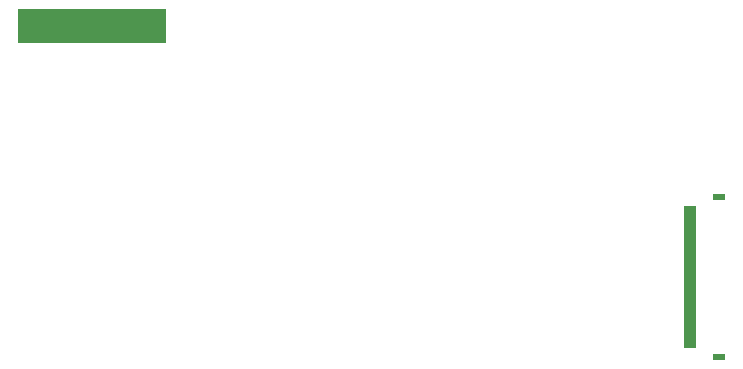
<source format=gts>
G04*
G04 #@! TF.GenerationSoftware,Altium Limited,Altium Designer,22.3.1 (43)*
G04*
G04 Layer_Color=8388736*
%FSLAX25Y25*%
%MOIN*%
G70*
G04*
G04 #@! TF.SameCoordinates,92B69D45-59D0-419F-891E-8DCF12F20353*
G04*
G04*
G04 #@! TF.FilePolarity,Negative*
G04*
G01*
G75*
%ADD16R,0.49213X0.11811*%
%ADD17R,0.03950X0.02375*%
%ADD18R,0.03950X0.01981*%
D16*
X24606Y112205D02*
D03*
D17*
X233858Y55118D02*
D03*
Y1969D02*
D03*
D18*
X224016Y45276D02*
D03*
Y43307D02*
D03*
Y35433D02*
D03*
Y25591D02*
D03*
Y23622D02*
D03*
Y21654D02*
D03*
Y19685D02*
D03*
Y17717D02*
D03*
Y15748D02*
D03*
Y13780D02*
D03*
Y11811D02*
D03*
Y9843D02*
D03*
Y7874D02*
D03*
Y5906D02*
D03*
Y27559D02*
D03*
Y29528D02*
D03*
Y31496D02*
D03*
Y33465D02*
D03*
Y37402D02*
D03*
Y39370D02*
D03*
Y41339D02*
D03*
Y47244D02*
D03*
Y49213D02*
D03*
Y51181D02*
D03*
M02*

</source>
